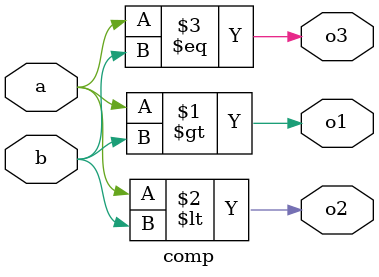
<source format=v>
module comp (
    input wire a,
    input wire b,
    output wire o1,
    output wire o2,
    output wire o3
);
    assign o1 = a > b;  
    assign o2 = a < b;  
    assign o3 = a == b; 

endmodule
</source>
